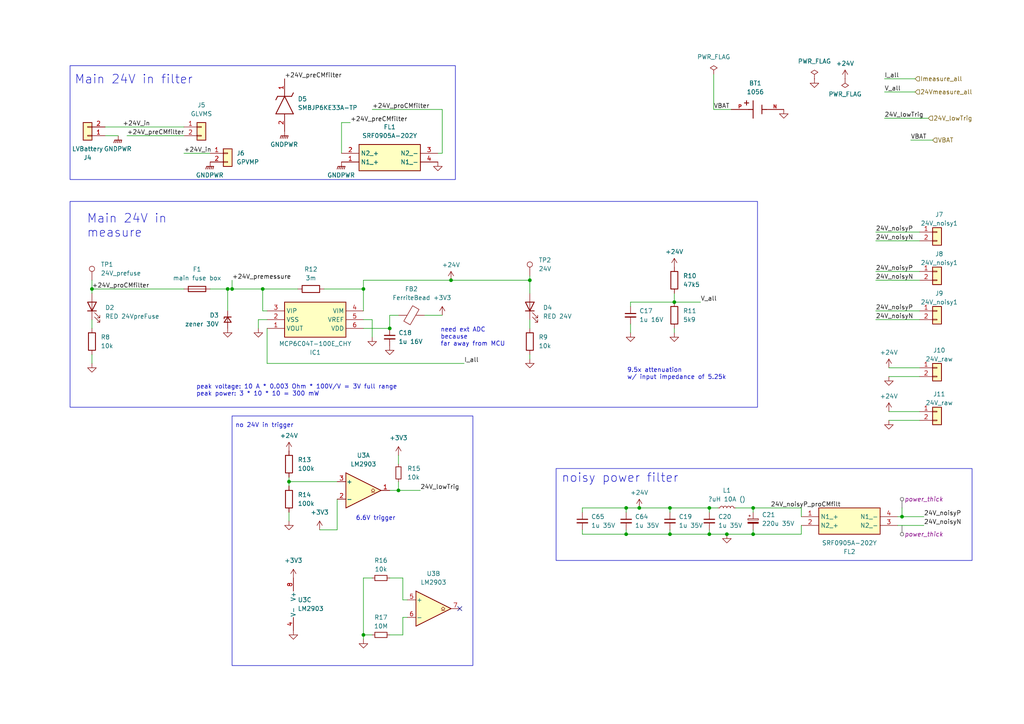
<source format=kicad_sch>
(kicad_sch (version 20231120) (generator "eeschema") (generator_version "8.0")
  (paper "A4")
  (title_block (title "EP5 rearbox ") (date "2024-08-07") (rev "1.0") (company "NTURacing") (comment 1 "郭哲明") (comment 2 "Electrical group"))
  (lib_symbols
    (symbol "Comparator:LM2903" (pin_names (offset 0.127))
      (property "Reference" "U" (at 3.81 3.81 0))
      (property "Value" "LM2903" (at 6.35 -3.81 0))
      (symbol "LM2903_1_1"
        (polyline (pts (xy -5.08 5.08) (xy 5.08 0) (xy -5.08 -5.08) (xy -5.08 5.08)) (stroke (width 0.254)) (fill (type background)))
        (polyline (pts (xy 3.302 -0.508) (xy 2.794 -0.508) (xy 3.302 0) (xy 2.794 0.508) (xy 2.286 0) (xy 2.794 -0.508) (xy 2.286 -0.508)) (stroke (width 0.127)))
        (pin open_collector line (at 7.62 0 180) (length 2.54) (name "~") (number "1"))
        (pin input line (at -7.62 -2.54 0) (length 2.54) (name "-") (number "2"))
        (pin input line (at -7.62 2.54 0) (length 2.54) (name "+") (number "3"))
      )
      (symbol "LM2903_2_1"
        (polyline (pts (xy -5.08 5.08) (xy 5.08 0) (xy -5.08 -5.08) (xy -5.08 5.08)) (stroke (width 0.254)) (fill (type background)))
        (polyline (pts (xy 3.302 -0.508) (xy 2.794 -0.508) (xy 3.302 0) (xy 2.794 0.508) (xy 2.286 0) (xy 2.794 -0.508) (xy 2.286 -0.508)) (stroke (width 0.127)))
        (pin input line (at -7.62 2.54 0) (length 2.54) (name "+") (number "5"))
        (pin input line (at -7.62 -2.54 0) (length 2.54) (name "-") (number "6"))
        (pin open_collector line (at 7.62 0 180) (length 2.54) (name "~") (number "7"))
      )
      (symbol "LM2903_3_1"
        (pin power_in line (at -2.54 -7.62 90) (length 3.81) (name "V-") (number "4"))
        (pin power_in line (at -2.54 7.62 270) (length 3.81) (name "V+") (number "8"))
      )
    )
    (symbol "Connector:TestPoint" (pin_numbers hide) (pin_names (offset 0.762) hide)
      (property "Reference" "TP" (at 0 6.858 0))
      (property "Value" "TestPoint" (at 0 5.08 0))
      (symbol "TestPoint_0_1"
        (circle (center 0 3.302) (radius 0.762))
      )
      (symbol "TestPoint_1_1"
        (pin passive line (at 0 0 90) (length 2.54) (name "1") (number "1"))
      )
    )
    (symbol "Connector_Generic:Conn_01x02" (pin_names (offset 1.016) hide)
      (property "Reference" "J" (at 0 2.54 0))
      (property "Value" "Conn_01x02" (at 0 -5.08 0))
      (symbol "Conn_01x02_1_1"
        (rectangle (start -1.27 -2.413) (end 0 -2.667) (stroke (width 0.1524)))
        (rectangle (start -1.27 0.127) (end 0 -0.127) (stroke (width 0.1524)))
        (rectangle (start -1.27 1.27) (end 1.27 -3.81) (stroke (width 0.254)) (fill (type background)))
        (pin passive line (at -5.08 0 0) (length 3.81) (name "Pin_1") (number "1"))
        (pin passive line (at -5.08 -2.54 0) (length 3.81) (name "Pin_2") (number "2"))
      )
    )
    (symbol "Device:C_Polarized_Small" (pin_numbers hide) (pin_names (offset 0.254) hide)
      (property "Reference" "C" (at 0.254 1.778 0))
      (property "Value" "C_Polarized_Small" (at 0.254 -2.032 0))
      (symbol "C_Polarized_Small_0_1"
        (rectangle (start -1.524 -0.3048) (end 1.524 -0.6858) (fill (type outline)))
        (rectangle (start -1.524 0.6858) (end 1.524 0.3048))
        (polyline (pts (xy -1.27 1.524) (xy -0.762 1.524)))
        (polyline (pts (xy -1.016 1.27) (xy -1.016 1.778)))
      )
      (symbol "C_Polarized_Small_1_1"
        (pin passive line (at 0 2.54 270) (length 1.8542) (name "~") (number "1"))
        (pin passive line (at 0 -2.54 90) (length 1.8542) (name "~") (number "2"))
      )
    )
    (symbol "Device:C_Small" (pin_numbers hide) (pin_names (offset 0.254) hide)
      (property "Reference" "C" (at 0.254 1.778 0))
      (property "Value" "C_Small" (at 0.254 -2.032 0))
      (symbol "C_Small_0_1"
        (polyline (pts (xy -1.524 -0.508) (xy 1.524 -0.508)) (stroke (width 0.3302)))
        (polyline (pts (xy -1.524 0.508) (xy 1.524 0.508)) (stroke (width 0.3048)))
      )
      (symbol "C_Small_1_1"
        (pin passive line (at 0 2.54 270) (length 2.032) (name "~") (number "1"))
        (pin passive line (at 0 -2.54 90) (length 2.032) (name "~") (number "2"))
      )
    )
    (symbol "Device:D_Zener_Small" (pin_numbers hide) (pin_names (offset 0.254) hide)
      (property "Reference" "D" (at 0 2.286 0))
      (property "Value" "D_Zener_Small" (at 0 -2.286 0))
      (symbol "D_Zener_Small_0_1"
        (polyline (pts (xy 0.762 0) (xy -0.762 0)))
        (polyline (pts (xy -0.254 1.016) (xy -0.762 1.016) (xy -0.762 -1.016)) (stroke (width 0.254)))
        (polyline (pts (xy 0.762 1.016) (xy -0.762 0) (xy 0.762 -1.016) (xy 0.762 1.016)) (stroke (width 0.254)))
      )
      (symbol "D_Zener_Small_1_1"
        (pin passive line (at -2.54 0 0) (length 1.778) (name "K") (number "1"))
        (pin passive line (at 2.54 0 180) (length 1.778) (name "A") (number "2"))
      )
    )
    (symbol "Device:FerriteBead" (pin_numbers hide) (pin_names (offset 0))
      (property "Reference" "FB" (at -3.81 0.635 90))
      (property "Value" "FerriteBead" (at 3.81 0 90))
      (symbol "FerriteBead_0_1"
        (polyline (pts (xy 0 -1.27) (xy 0 -1.2192)))
        (polyline (pts (xy 0 1.27) (xy 0 1.2954)))
        (polyline (pts (xy -2.7686 0.4064) (xy -1.7018 2.2606) (xy 2.7686 -0.3048) (xy 1.6764 -2.159) (xy -2.7686 0.4064)))
      )
      (symbol "FerriteBead_1_1"
        (pin passive line (at 0 3.81 270) (length 2.54) (name "~") (number "1"))
        (pin passive line (at 0 -3.81 90) (length 2.54) (name "~") (number "2"))
      )
    )
    (symbol "Device:Fuse" (pin_numbers hide) (pin_names (offset 0))
      (property "Reference" "F" (at 2.032 0 90))
      (property "Value" "Fuse" (at -1.905 0 90))
      (symbol "Fuse_0_1"
        (rectangle (start -0.762 -2.54) (end 0.762 2.54) (stroke (width 0.254)))
        (polyline (pts (xy 0 2.54) (xy 0 -2.54)))
      )
      (symbol "Fuse_1_1"
        (pin passive line (at 0 3.81 270) (length 1.27) (name "~") (number "1"))
        (pin passive line (at 0 -3.81 90) (length 1.27) (name "~") (number "2"))
      )
    )
    (symbol "Device:LED" (pin_numbers hide) (pin_names (offset 1.016) hide)
      (property "Reference" "D" (at 0 2.54 0))
      (property "Value" "LED" (at 0 -2.54 0))
      (symbol "LED_0_1"
        (polyline (pts (xy -1.27 -1.27) (xy -1.27 1.27)) (stroke (width 0.254)))
        (polyline (pts (xy -1.27 0) (xy 1.27 0)))
        (polyline (pts (xy 1.27 -1.27) (xy 1.27 1.27) (xy -1.27 0) (xy 1.27 -1.27)) (stroke (width 0.254)))
        (polyline (pts (xy -3.048 -0.762) (xy -4.572 -2.286) (xy -3.81 -2.286) (xy -4.572 -2.286) (xy -4.572 -1.524)))
        (polyline (pts (xy -1.778 -0.762) (xy -3.302 -2.286) (xy -2.54 -2.286) (xy -3.302 -2.286) (xy -3.302 -1.524)))
      )
      (symbol "LED_1_1"
        (pin passive line (at -3.81 0 0) (length 2.54) (name "K") (number "1"))
        (pin passive line (at 3.81 0 180) (length 2.54) (name "A") (number "2"))
      )
    )
    (symbol "Device:L_Small" (pin_numbers hide) (pin_names (offset 0.254) hide)
      (property "Reference" "L" (at 0.762 1.016 0))
      (property "Value" "L_Small" (at 0.762 -1.016 0))
      (symbol "L_Small_0_1"
        (arc (start 0 -2.032) (mid 0.5058 -1.524) (end 0 -1.016))
        (arc (start 0 -1.016) (mid 0.5058 -0.508) (end 0 0))
        (arc (start 0 0) (mid 0.5058 0.508) (end 0 1.016))
        (arc (start 0 1.016) (mid 0.5058 1.524) (end 0 2.032))
      )
      (symbol "L_Small_1_1"
        (pin passive line (at 0 2.54 270) (length 0.508) (name "~") (number "1"))
        (pin passive line (at 0 -2.54 90) (length 0.508) (name "~") (number "2"))
      )
    )
    (symbol "Device:R" (pin_numbers hide) (pin_names (offset 0))
      (property "Reference" "R" (at 2.032 0 90))
      (property "Value" "R" (at 0 0 90))
      (symbol "R_0_1"
        (rectangle (start -1.016 -2.54) (end 1.016 2.54) (stroke (width 0.254)))
      )
      (symbol "R_1_1"
        (pin passive line (at 0 3.81 270) (length 1.27) (name "~") (number "1"))
        (pin passive line (at 0 -3.81 90) (length 1.27) (name "~") (number "2"))
      )
    )
    (symbol "Device:R_Small" (pin_numbers hide) (pin_names (offset 0.254) hide)
      (property "Reference" "R" (at 0.762 0.508 0))
      (property "Value" "R_Small" (at 0.762 -1.016 0))
      (symbol "R_Small_0_1"
        (rectangle (start -0.762 1.778) (end 0.762 -1.778) (stroke (width 0.2032)))
      )
      (symbol "R_Small_1_1"
        (pin passive line (at 0 2.54 270) (length 0.762) (name "~") (number "1"))
        (pin passive line (at 0 -2.54 90) (length 0.762) (name "~") (number "2"))
      )
    )
    (symbol "SamacSys_Parts:MCP6C04T-100E_CHY"
      (property "Reference" "IC" (at 24.13 7.62 0))
      (property "Value" "MCP6C04T-100E_CHY" (at 24.13 5.08 0))
      (symbol "MCP6C04T-100E_CHY_1_1"
        (rectangle (start 5.08 2.54) (end 22.86 -7.62) (stroke (width 0.254)) (fill (type background)))
        (pin passive line (at 0 0 0) (length 5.08) (name "VOUT") (number "1"))
        (pin passive line (at 0 -2.54 0) (length 5.08) (name "VSS") (number "2"))
        (pin passive line (at 0 -5.08 0) (length 5.08) (name "VIP") (number "3"))
        (pin passive line (at 27.94 -5.08 180) (length 5.08) (name "VIM") (number "4"))
        (pin passive line (at 27.94 -2.54 180) (length 5.08) (name "VREF") (number "5"))
        (pin passive line (at 27.94 0 180) (length 5.08) (name "VDD") (number "6"))
      )
    )
    (symbol "SamacSys_Parts:SMBJP6KE33A-TP" (pin_names hide)
      (property "Reference" "D" (at 10.16 8.89 0))
      (property "Value" "SMBJP6KE33A-TP" (at 10.16 6.35 0))
      (symbol "SMBJP6KE33A-TP_1_1"
        (polyline (pts (xy 4.064 2.54) (xy 5.08 2.032)) (stroke (width 0.254)))
        (polyline (pts (xy 5.08 -2.032) (xy 5.08 2.032)) (stroke (width 0.254)))
        (polyline (pts (xy 5.08 -2.032) (xy 6.096 -2.54)) (stroke (width 0.254)))
        (polyline (pts (xy 5.08 0) (xy 10.16 2.54)) (stroke (width 0.254)))
        (polyline (pts (xy 10.16 -2.54) (xy 5.08 0)) (stroke (width 0.254)))
        (polyline (pts (xy 10.16 -2.54) (xy 10.16 2.54)) (stroke (width 0.254)))
        (pin passive line (at 0 0 0) (length 5.08) (name "K") (number "1"))
        (pin passive line (at 15.24 0 180) (length 5.08) (name "A") (number "2"))
      )
    )
    (symbol "SamacSys_Parts:SRF0905A-202Y"
      (property "Reference" "FL" (at 24.13 7.62 0))
      (property "Value" "SRF0905A-202Y" (at 24.13 5.08 0))
      (symbol "SRF0905A-202Y_1_1"
        (rectangle (start 5.08 2.54) (end 22.86 -5.08) (stroke (width 0.254)) (fill (type background)))
        (pin passive line (at 0 -2.54 0) (length 5.08) (name "N1_+") (number "1"))
        (pin passive line (at 0 0 0) (length 5.08) (name "N2_+") (number "2"))
        (pin passive line (at 27.94 0 180) (length 5.08) (name "N2_-") (number "3"))
        (pin passive line (at 27.94 -2.54 180) (length 5.08) (name "N1_-") (number "4"))
      )
    )
    (symbol "nturt_kicad_lib:1056" (pin_names (offset 1.016))
      (property "Reference" "BT" (at -3.81 3.81 0))
      (property "Value" "1056" (at -3.81 -5.08 0))
      (symbol "1056_0_0"
        (polyline (pts (xy -3.81 1.905) (xy -2.54 1.905)) (stroke (width 0.254)))
        (polyline (pts (xy -3.175 2.54) (xy -3.175 1.27)) (stroke (width 0.254)))
        (polyline (pts (xy -1.27 0) (xy -2.54 0)) (stroke (width 0.254)))
        (polyline (pts (xy -1.27 0) (xy -1.27 -2.54)) (stroke (width 0.254)))
        (polyline (pts (xy -1.27 2.54) (xy -1.27 0)) (stroke (width 0.254)))
        (polyline (pts (xy 1.27 0) (xy 1.27 -1.27)) (stroke (width 0.254)))
        (polyline (pts (xy 1.27 0) (xy 2.54 0)) (stroke (width 0.254)))
        (polyline (pts (xy 1.27 1.27) (xy 1.27 0)) (stroke (width 0.254)))
        (pin passive line (at 7.62 0 180) (length 5.08) (name "~") (number "N"))
        (pin passive line (at -7.62 0 0) (length 5.08) (name "~") (number "P"))
      )
    )
    (symbol "power:+24V" (power) (pin_names (offset 0))
      (property "Value" "+24V" (at 0 3.556 0))
      (symbol "+24V_0_1"
        (polyline (pts (xy -0.762 1.27) (xy 0 2.54)))
        (polyline (pts (xy 0 0) (xy 0 2.54)))
        (polyline (pts (xy 0 2.54) (xy 0.762 1.27)))
      )
      (symbol "+24V_1_1"
        (pin power_in line (at 0 0 90) (length 0) hide (name "+24V") (number "1"))
      )
    )
    (symbol "power:+3V3" (power) (pin_names (offset 0))
      (property "Value" "+3V3" (at 0 3.556 0))
      (symbol "+3V3_0_1"
        (polyline (pts (xy -0.762 1.27) (xy 0 2.54)))
        (polyline (pts (xy 0 0) (xy 0 2.54)))
        (polyline (pts (xy 0 2.54) (xy 0.762 1.27)))
      )
      (symbol "+3V3_1_1"
        (pin power_in line (at 0 0 90) (length 0) hide (name "+3V3") (number "1"))
      )
    )
    (symbol "power:GND" (power) (pin_names (offset 0))
      (property "Value" "GND" (at 0 -3.81 0))
      (symbol "GND_0_1"
        (polyline (pts (xy 0 0) (xy 0 -1.27) (xy 1.27 -1.27) (xy 0 -2.54) (xy -1.27 -1.27) (xy 0 -1.27)))
      )
      (symbol "GND_1_1"
        (pin power_in line (at 0 0 270) (length 0) hide (name "GND") (number "1"))
      )
    )
    (symbol "power:GNDPWR" (power) (pin_names (offset 0))
      (property "Value" "GNDPWR" (at 0 -3.302 0))
      (symbol "GNDPWR_0_1"
        (polyline (pts (xy 0 -1.27) (xy 0 0)))
        (polyline (pts (xy -1.016 -1.27) (xy -1.27 -2.032) (xy -1.27 -2.032)) (stroke (width 0.2032)))
        (polyline (pts (xy -0.508 -1.27) (xy -0.762 -2.032) (xy -0.762 -2.032)) (stroke (width 0.2032)))
        (polyline (pts (xy 0 -1.27) (xy -0.254 -2.032) (xy -0.254 -2.032)) (stroke (width 0.2032)))
        (polyline (pts (xy 0.508 -1.27) (xy 0.254 -2.032) (xy 0.254 -2.032)) (stroke (width 0.2032)))
        (polyline (pts (xy 1.016 -1.27) (xy -1.016 -1.27) (xy -1.016 -1.27)) (stroke (width 0.2032)))
        (polyline (pts (xy 1.016 -1.27) (xy 0.762 -2.032) (xy 0.762 -2.032) (xy 0.762 -2.032)) (stroke (width 0.2032)))
      )
      (symbol "GNDPWR_1_1"
        (pin power_in line (at 0 0 270) (length 0) hide (name "GNDPWR") (number "1"))
      )
    )
    (symbol "power:PWR_FLAG" (power) (pin_numbers hide) (pin_names (offset 0) hide)
      (property "Value" "PWR_FLAG" (at 0 3.81 0))
      (symbol "PWR_FLAG_0_0"
        (pin power_out line (at 0 0 90) (length 0) (name "pwr") (number "1"))
      )
      (symbol "PWR_FLAG_0_1"
        (polyline (pts (xy 0 0) (xy 0 1.27) (xy -1.016 1.905) (xy 0 2.54) (xy 1.016 1.905) (xy 0 1.27)))
      )
    )
  )
  (junction (at 105.41 184.15))
  (junction (at 113.03 95.25))
  (junction (at 105.41 83.82))
  (junction (at 194.31 147.32))
  (junction (at 218.44 147.32))
  (junction (at 153.67 81.28))
  (junction (at 210.82 154.94))
  (junction (at 76.2 83.82))
  (junction (at 205.74 154.94))
  (junction (at 83.82 139.7))
  (junction (at 181.61 154.94))
  (junction (at 66.04 83.82))
  (junction (at 205.74 147.32))
  (junction (at 185.42 147.32))
  (junction (at 261.62 149.86))
  (junction (at 67.31 83.82))
  (junction (at 218.44 154.94))
  (junction (at 181.61 147.32))
  (junction (at 115.57 142.24))
  (junction (at 130.81 81.28))
  (junction (at 194.31 154.94))
  (junction (at 26.67 83.82))
  (junction (at 195.58 87.63))
  (no_connect (at 133.35 176.53))
  (wire (pts (xy 205.74 147.32) (xy 208.28 147.32)))
  (wire (pts (xy 101.6 35.56) (xy 99.06 35.56)))
  (wire (pts (xy 257.81 121.92) (xy 266.7 121.92)))
  (wire (pts (xy 116.84 167.64) (xy 113.03 167.64)))
  (wire (pts (xy 105.41 81.28) (xy 105.41 83.82)))
  (wire (pts (xy 218.44 154.94) (xy 218.44 153.67)))
  (wire (pts (xy 257.81 119.38) (xy 266.7 119.38)))
  (wire (pts (xy 256.54 22.86) (xy 265.43 22.86)))
  (wire (pts (xy 128.27 44.45) (xy 127 44.45)))
  (wire (pts (xy 218.44 147.32) (xy 213.36 147.32)))
  (wire (pts (xy 128.27 31.75) (xy 128.27 44.45)))
  (wire (pts (xy 76.2 83.82) (xy 86.36 83.82)))
  (wire (pts (xy 182.88 88.9) (xy 182.88 87.63)))
  (wire (pts (xy 232.41 149.86) (xy 232.41 147.32)))
  (wire (pts (xy 218.44 147.32) (xy 218.44 148.59)))
  (wire (pts (xy 30.48 39.37) (xy 34.29 39.37)))
  (wire (pts (xy 116.84 173.99) (xy 118.11 173.99)))
  (wire (pts (xy 207.01 21.59) (xy 207.01 31.75)))
  (wire (pts (xy 67.31 81.28) (xy 67.31 83.82)))
  (wire (pts (xy 181.61 154.94) (xy 194.31 154.94)))
  (wire (pts (xy 115.57 91.44) (xy 113.03 91.44)))
  (wire (pts (xy 254 69.85) (xy 266.7 69.85)))
  (wire (pts (xy 53.34 44.45) (xy 60.96 44.45)))
  (wire (pts (xy 128.27 91.44) (xy 123.19 91.44)))
  (wire (pts (xy 205.74 148.59) (xy 205.74 147.32)))
  (wire (pts (xy 254 81.28) (xy 266.7 81.28)))
  (wire (pts (xy 194.31 154.94) (xy 205.74 154.94)))
  (wire (pts (xy 205.74 154.94) (xy 205.74 153.67)))
  (wire (pts (xy 261.62 147.32) (xy 261.62 149.86)))
  (wire (pts (xy 205.74 154.94) (xy 210.82 154.94)))
  (wire (pts (xy 260.35 149.86) (xy 261.62 149.86)))
  (wire (pts (xy 254 90.17) (xy 266.7 90.17)))
  (wire (pts (xy 36.83 39.37) (xy 53.34 39.37)))
  (wire (pts (xy 153.67 95.25) (xy 153.67 92.71)))
  (wire (pts (xy 107.95 97.79) (xy 107.95 92.71)))
  (wire (pts (xy 115.57 132.08) (xy 115.57 134.62)))
  (wire (pts (xy 257.81 109.22) (xy 266.7 109.22)))
  (wire (pts (xy 67.31 83.82) (xy 76.2 83.82)))
  (wire (pts (xy 116.84 184.15) (xy 116.84 179.07)))
  (wire (pts (xy 105.41 184.15) (xy 105.41 167.64)))
  (wire (pts (xy 182.88 87.63) (xy 195.58 87.63)))
  (wire (pts (xy 105.41 83.82) (xy 105.41 90.17)))
  (wire (pts (xy 107.95 31.75) (xy 128.27 31.75)))
  (wire (pts (xy 76.2 83.82) (xy 76.2 90.17)))
  (wire (pts (xy 105.41 95.25) (xy 113.03 95.25)))
  (wire (pts (xy 115.57 139.7) (xy 115.57 142.24)))
  (wire (pts (xy 26.67 81.28) (xy 26.67 83.82)))
  (wire (pts (xy 26.67 105.41) (xy 26.67 102.87)))
  (wire (pts (xy 195.58 85.09) (xy 195.58 87.63)))
  (wire (pts (xy 254 78.74) (xy 266.7 78.74)))
  (wire (pts (xy 194.31 148.59) (xy 194.31 147.32)))
  (wire (pts (xy 194.31 154.94) (xy 194.31 153.67)))
  (wire (pts (xy 181.61 153.67) (xy 181.61 154.94)))
  (wire (pts (xy 194.31 147.32) (xy 205.74 147.32)))
  (wire (pts (xy 153.67 81.28) (xy 153.67 85.09)))
  (wire (pts (xy 92.71 153.67) (xy 97.79 153.67)))
  (wire (pts (xy 210.82 154.94) (xy 218.44 154.94)))
  (wire (pts (xy 130.81 81.28) (xy 153.67 81.28)))
  (wire (pts (xy 74.93 92.71) (xy 74.93 95.25)))
  (wire (pts (xy 185.42 147.32) (xy 194.31 147.32)))
  (wire (pts (xy 107.95 92.71) (xy 105.41 92.71)))
  (wire (pts (xy 105.41 185.42) (xy 105.41 184.15)))
  (wire (pts (xy 257.81 106.68) (xy 266.7 106.68)))
  (wire (pts (xy 26.67 83.82) (xy 26.67 85.09)))
  (wire (pts (xy 121.92 142.24) (xy 115.57 142.24)))
  (wire (pts (xy 134.62 105.41) (xy 77.47 105.41)))
  (wire (pts (xy 97.79 153.67) (xy 97.79 144.78)))
  (wire (pts (xy 256.54 26.67) (xy 265.43 26.67)))
  (wire (pts (xy 195.58 95.25) (xy 195.58 96.52)))
  (wire (pts (xy 74.93 92.71) (xy 77.47 92.71)))
  (wire (pts (xy 181.61 148.59) (xy 181.61 147.32)))
  (wire (pts (xy 232.41 154.94) (xy 232.41 152.4)))
  (wire (pts (xy 168.91 154.94) (xy 181.61 154.94)))
  (wire (pts (xy 105.41 167.64) (xy 107.95 167.64)))
  (wire (pts (xy 254 67.31) (xy 266.7 67.31)))
  (wire (pts (xy 168.91 148.59) (xy 168.91 147.32)))
  (wire (pts (xy 113.03 184.15) (xy 116.84 184.15)))
  (wire (pts (xy 77.47 105.41) (xy 77.47 95.25)))
  (wire (pts (xy 267.97 149.86) (xy 261.62 149.86)))
  (wire (pts (xy 83.82 139.7) (xy 97.79 139.7)))
  (wire (pts (xy 93.98 83.82) (xy 105.41 83.82)))
  (wire (pts (xy 181.61 147.32) (xy 185.42 147.32)))
  (wire (pts (xy 182.88 93.98) (xy 182.88 96.52)))
  (wire (pts (xy 113.03 91.44) (xy 113.03 95.25)))
  (wire (pts (xy 83.82 138.43) (xy 83.82 139.7)))
  (wire (pts (xy 26.67 83.82) (xy 53.34 83.82)))
  (wire (pts (xy 264.16 40.64) (xy 270.51 40.64)))
  (wire (pts (xy 254 92.71) (xy 266.7 92.71)))
  (wire (pts (xy 153.67 80.01) (xy 153.67 81.28)))
  (wire (pts (xy 168.91 147.32) (xy 181.61 147.32)))
  (wire (pts (xy 269.24 34.29) (xy 256.54 34.29)))
  (wire (pts (xy 207.01 31.75) (xy 212.09 31.75)))
  (wire (pts (xy 195.58 87.63) (xy 203.2 87.63)))
  (wire (pts (xy 116.84 167.64) (xy 116.84 173.99)))
  (wire (pts (xy 26.67 95.25) (xy 26.67 92.71)))
  (wire (pts (xy 66.04 83.82) (xy 67.31 83.82)))
  (wire (pts (xy 76.2 90.17) (xy 77.47 90.17)))
  (wire (pts (xy 66.04 90.17) (xy 66.04 83.82)))
  (wire (pts (xy 113.03 142.24) (xy 115.57 142.24)))
  (wire (pts (xy 130.81 81.28) (xy 105.41 81.28)))
  (wire (pts (xy 153.67 104.14) (xy 153.67 102.87)))
  (wire (pts (xy 99.06 35.56) (xy 99.06 44.45)))
  (wire (pts (xy 83.82 151.13) (xy 83.82 148.59)))
  (wire (pts (xy 116.84 179.07) (xy 118.11 179.07)))
  (wire (pts (xy 105.41 184.15) (xy 107.95 184.15)))
  (wire (pts (xy 260.35 152.4) (xy 267.97 152.4)))
  (wire (pts (xy 60.96 83.82) (xy 66.04 83.82)))
  (wire (pts (xy 83.82 140.97) (xy 83.82 139.7)))
  (wire (pts (xy 168.91 153.67) (xy 168.91 154.94)))
  (wire (pts (xy 30.48 36.83) (xy 53.34 36.83)))
  (wire (pts (xy 218.44 147.32) (xy 232.41 147.32)))
  (wire (pts (xy 218.44 154.94) (xy 232.41 154.94)))
  (rectangle (start 161.29 135.89) (end 281.94 162.56))
  (rectangle (start 20.32 19.05) (end 132.08 52.07))
  (rectangle (start 67.31 120.65) (end 137.16 193.04))
  (rectangle (start 20.32 58.42) (end 219.71 118.11))
  (text "peak voltage: 10 A * 0.003 Ohm * 100V/V = 3V full range\npeak power: 3 * 10 * 10 = 300 mW\n" (at 56.896 115.062 0) (effects (font (size 1.27 1.27)) (justify left bottom)))
  (text "need ext ADC\nbecause \nfar away from MCU" (at 127.762 97.79 0) (effects (font (size 1.27 1.27)) (justify left)))
  (text "no 24V in trigger" (at 76.708 123.444 0) (effects (font (size 1.27 1.27))))
  (text "9.5x attenuation \nw/ input impedance of 5.25k" (at 181.864 110.236 0) (effects (font (size 1.27 1.27)) (justify left bottom)))
  (text "Main 24V in filter\n" (at 21.59 24.638 0) (effects (font (size 2.54 2.54)) (justify left bottom)))
  (text "noisy power filter" (at 162.814 140.208 0) (effects (font (size 2.54 2.54)) (justify left bottom)))
  (text "Main 24V in\nmeasure" (at 25.146 69.088 0) (effects (font (size 2.54 2.54)) (justify left bottom)))
  (text "6.6V trigger" (at 108.966 150.368 0) (effects (font (size 1.27 1.27))))
  (label "VBAT" (at 264.16 40.64 0))
  (label "+24V_in" (at 35.56 36.83 0))
  (label "24V_noisyP" (at 254 67.31 0))
  (label "+24V_proCMfilter" (at 107.95 31.75 0))
  (label "24V_noisyN" (at 267.97 152.4 0))
  (label "+24V_preCMfilter" (at 36.83 39.37 0))
  (label "+24V_preCMfilter" (at 101.6 35.56 0))
  (label "24V_noisyN" (at 254 81.28 0))
  (label "24V_noisyN" (at 254 92.71 0))
  (label "V_all" (at 256.54 26.67 0))
  (label "I_all" (at 256.54 22.86 0))
  (label "+24V_in" (at 53.34 44.45 0))
  (label "+24V_preCMfilter" (at 82.55 22.86 0))
  (label "+24V_proCMfilter" (at 26.67 83.82 0))
  (label "24V_noisyP" (at 267.97 149.86 0))
  (label "+24V_premessure" (at 67.31 81.28 0))
  (label "V_all" (at 203.2 87.63 0))
  (label "24V_noisyP" (at 254 90.17 0))
  (label "24V_noisyN" (at 254 69.85 0))
  (label "24V_noisyP" (at 254 78.74 0))
  (label "24V_noisyP_proCMfilt" (at 223.52 147.32 0))
  (label "I_all" (at 134.62 105.41 0))
  (label "24V_lowTrig" (at 121.92 142.24 0))
  (label "VBAT" (at 207.01 31.75 0))
  (label "24V_lowTrig" (at 256.54 34.29 0))
  (hierarchical_label "24Vmeasure_all" (shape input) (at 265.43 26.67 0))
  (hierarchical_label "24V_lowTrig" (shape input) (at 269.24 34.29 0))
  (hierarchical_label "Imeasure_all" (shape input) (at 265.43 22.86 0))
  (hierarchical_label "VBAT" (shape input) (at 270.51 40.64 0))
  (netclass_flag "" (length 2.54) (shape round) (at 261.62 152.4 180) (property "Netclass" "power_thick" (at 262.3185 154.94 0) (effects (font (italic yes)) (justify left))))
  (netclass_flag "" (length 2.54) (shape round) (at 261.62 147.32 0) (property "Netclass" "power_thick" (at 262.3185 144.78 0) (effects (font (italic yes)) (justify left))))
  (symbol (lib_id "power:+3V3") (at 115.57 132.08 0) (unit 1)
    (property "Reference" "#PWR052" (effects (hide yes)))
    (property "Value" "+3V3" (at 115.57 127 0))
    (property "Description" "Power symbol creates a global label with name \"+3V3\"" (effects (hide yes)))
  )
  (symbol (lib_id "Device:R_Small") (at 110.49 184.15 90) (unit 1)
    (property "Reference" "R17" (at 110.49 179.07 90))
    (property "Value" "10M" (at 110.49 181.61 90))
    (property "Footprint" "Resistor_SMD:R_0603_1608Metric" (effects (hide yes)))
  )
  (symbol (lib_id "Connector_Generic:Conn_01x02") (at 271.78 119.38 0) (unit 1)
    (property "Reference" "J11" (at 272.415 114.3 0))
    (property "Value" "24V_raw" (at 272.415 116.84 0))
    (property "Footprint" "Connector_Molex:Molex_KK-396_A-41791-0002_1x02_P3.96mm_Vertical" (effects (hide yes)))
  )
  (symbol (lib_id "power:GNDPWR") (at 99.06 46.99 0) (unit 1)
    (property "Reference" "#PWR050" (effects (hide yes)))
    (property "Value" "GNDPWR" (at 98.933 50.8 0))
  )
  (symbol (lib_id "power:GND") (at 74.93 95.25 0) (unit 1)
    (property "Reference" "#PWR041" (effects (hide yes)))
    (property "Value" "GND" (effects (hide yes)))
  )
  (symbol (lib_id "Device:C_Small") (at 194.31 151.13 0) (unit 1)
    (property "Reference" "C19" (at 196.85 149.8662 0) (effects (justify left)))
    (property "Value" "1u 35V" (at 196.85 152.4062 0) (effects (justify left)))
    (property "Footprint" "Capacitor_SMD:C_1206_3216Metric" (effects (hide yes)))
  )
  (symbol (lib_id "power:GND") (at 153.67 104.14 0) (unit 1)
    (property "Reference" "#PWR039" (effects (hide yes)))
    (property "Value" "GND" (effects (hide yes)))
  )
  (symbol (lib_id "power:GND") (at 227.33 31.75 0) (unit 1)
    (property "Reference" "#PWR060" (effects (hide yes)))
    (property "Value" "GND" (effects (hide yes)))
    (property "Description" "Power symbol creates a global label with name \"GND\" , ground" (effects (hide yes)))
  )
  (symbol (lib_id "power:+3V3") (at 85.09 167.64 0) (unit 1)
    (property "Reference" "#PWR045" (effects (hide yes)))
    (property "Value" "+3V3" (at 85.09 162.56 0))
    (property "Description" "Power symbol creates a global label with name \"+3V3\"" (effects (hide yes)))
  )
  (symbol (lib_id "power:GND") (at 85.09 182.88 0) (unit 1)
    (property "Reference" "#PWR046" (effects (hide yes)))
    (property "Value" "GND" (effects (hide yes)))
  )
  (symbol (lib_id "Device:R") (at 153.67 99.06 0) (unit 1)
    (property "Reference" "R9" (at 156.21 97.79 0) (effects (justify left)))
    (property "Value" "10k" (at 156.21 100.33 0) (effects (justify left)))
    (property "Footprint" "Resistor_SMD:R_0603_1608Metric" (effects (hide yes)))
  )
  (symbol (lib_id "Connector_Generic:Conn_01x02") (at 25.4 39.37 180) (unit 1)
    (property "Reference" "J4" (at 25.4 45.72 0))
    (property "Value" "LVBattery" (at 25.4 43.18 0))
    (property "Footprint" "Connector_AMASS:AMASS_XT60PW-M_1x02_P7.20mm_Horizontal" (effects (hide yes)))
  )
  (symbol (lib_id "Connector:TestPoint") (at 153.67 80.01 0) (unit 1)
    (property "Reference" "TP2" (at 156.21 75.438 0) (effects (justify left)))
    (property "Value" "24V" (at 156.21 77.978 0) (effects (justify left)))
    (property "Footprint" "TestPoint:TestPoint_Pad_D1.0mm" (effects (hide yes)))
  )
  (symbol (lib_id "SamacSys_Parts:SRF0905A-202Y") (at 232.41 152.4 0) (mirror x) (unit 1)
    (property "Reference" "FL2" (at 246.38 160.02 0))
    (property "Value" "SRF0905A-202Y" (at 246.38 157.48 0))
    (property "Footprint" "SamacSys_Parts:SRF0905A102Y" (effects (hide yes)))
    (property "Datasheet" "https://www.bourns.com/docs/product-datasheets/srf0905a.pdf?sfvrsn=430362b1_10" (effects (hide yes)))
    (property "Description" "Common Mode Chokes Dual 2000uH 3kOhm 100kHz 0.6A 0.42Ohm DCR SMD Automotive T/R" (effects (hide yes)))
    (property "Height" "5.3" (effects (hide yes)))
    (property "Mouser Part Number" "652-SRF0905A-202Y" (effects (hide yes)))
    (property "Mouser Price/Stock" "https://www.mouser.co.uk/ProductDetail/Bourns/SRF0905A-202Y?qs=xGZga0pI15POK7XYsjXRDg%3D%3D" (effects (hide yes)))
    (property "Manufacturer_Name" "Bourns" (effects (hide yes)))
    (property "Manufacturer_Part_Number" "SRF0905A-202Y" (effects (hide yes)))
  )
  (symbol (lib_id "Device:C_Small") (at 168.91 151.13 0) (unit 1)
    (property "Reference" "C65" (at 171.45 149.8662 0) (effects (justify left)))
    (property "Value" "1u 35V" (at 171.45 152.4062 0) (effects (justify left)))
    (property "Footprint" "Capacitor_SMD:C_1206_3216Metric" (effects (hide yes)))
  )
  (symbol (lib_id "SamacSys_Parts:SRF0905A-202Y") (at 99.06 44.45 0) (unit 1)
    (property "Reference" "FL1" (at 113.03 36.83 0))
    (property "Value" "SRF0905A-202Y" (at 113.03 39.37 0))
    (property "Footprint" "SamacSys_Parts:SRF0905A102Y" (effects (hide yes)))
    (property "Datasheet" "https://www.bourns.com/docs/product-datasheets/srf0905a.pdf?sfvrsn=430362b1_10" (effects (hide yes)))
    (property "Description" "Common Mode Chokes Dual 2000uH 3kOhm 100kHz 0.6A 0.42Ohm DCR SMD Automotive T/R" (effects (hide yes)))
    (property "Height" "5.3" (effects (hide yes)))
    (property "Mouser Part Number" "652-SRF0905A-202Y" (effects (hide yes)))
    (property "Mouser Price/Stock" "https://www.mouser.co.uk/ProductDetail/Bourns/SRF0905A-202Y?qs=xGZga0pI15POK7XYsjXRDg%3D%3D" (effects (hide yes)))
    (property "Manufacturer_Name" "Bourns" (effects (hide yes)))
    (property "Manufacturer_Part_Number" "SRF0905A-202Y" (effects (hide yes)))
  )
  (symbol (lib_id "Device:LED") (at 153.67 88.9 90) (unit 1)
    (property "Reference" "D4" (at 157.48 89.2175 90) (effects (justify right)))
    (property "Value" "RED 24V" (at 157.48 91.7575 90) (effects (justify right)))
    (property "Footprint" "LED_SMD:LED_0603_1608Metric" (effects (hide yes)))
  )
  (symbol (lib_id "nturt_kicad_lib:1056") (at 219.71 31.75 0) (unit 1)
    (property "Reference" "BT1" (at 219.075 24.13 0))
    (property "Value" "1056" (at 219.075 26.67 0))
    (property "Footprint" "nturt_kicad_lib:BAT_1056" (effects (hide yes)))
    (property "PARTREV" "D" (effects (hide yes)))
    (property "STANDARD" "Manufacturer Recommendations" (effects (hide yes)))
    (property "SNAPEDA_PN" "1056" (effects (hide yes)))
    (property "MAXIMUM_PACKAGE_HEIGHT" "3.99mm" (effects (hide yes)))
    (property "MANUFACTURER" "Keystone" (effects (hide yes)))
  )
  (symbol (lib_id "power:+24V") (at 257.81 119.38 0) (unit 1)
    (property "Reference" "#PWR0192" (effects (hide yes)))
    (property "Value" "+24V" (at 257.81 114.935 0))
  )
  (symbol (lib_id "Connector_Generic:Conn_01x02") (at 66.04 44.45 0) (unit 1)
    (property "Reference" "J6" (at 68.58 44.45 0) (effects (justify left)))
    (property "Value" "GPVMP" (at 68.58 46.99 0) (effects (justify left)))
    (property "Footprint" "Connector_JST:JST_XH_B2B-XH-A_1x02_P2.50mm_Vertical" (effects (hide yes)))
  )
  (symbol (lib_id "Device:R") (at 195.58 81.28 0) (unit 1)
    (property "Reference" "R10" (at 198.12 80.01 0) (effects (justify left)))
    (property "Value" "47k5" (at 198.12 82.55 0) (effects (justify left)))
    (property "Footprint" "Resistor_SMD:R_0805_2012Metric" (effects (hide yes)))
  )
  (symbol (lib_id "power:+24V") (at 257.81 106.68 0) (unit 1)
    (property "Reference" "#PWR0184" (effects (hide yes)))
    (property "Value" "+24V" (at 257.81 102.235 0))
  )
  (symbol (lib_id "Connector_Generic:Conn_01x02") (at 58.42 36.83 0) (unit 1)
    (property "Reference" "J5" (at 58.42 30.48 0))
    (property "Value" "GLVMS" (at 58.42 33.02 0))
    (property "Footprint" "Connector_JST:JST_VH_B2P-VH_1x02_P3.96mm_Vertical" (effects (hide yes)))
  )
  (symbol (lib_id "power:PWR_FLAG") (at 207.01 21.59 0) (unit 1)
    (property "Reference" "#FLG03" (effects (hide yes)))
    (property "Value" "PWR_FLAG" (at 207.01 16.51 0))
  )
  (symbol (lib_id "Device:LED") (at 26.67 88.9 90) (unit 1)
    (property "Reference" "D2" (at 30.48 89.2175 90) (effects (justify right)))
    (property "Value" "RED 24VpreFuse" (at 30.48 91.7575 90) (effects (justify right)))
    (property "Footprint" "LED_SMD:LED_0603_1608Metric" (effects (hide yes)))
  )
  (symbol (lib_id "Device:C_Small") (at 182.88 91.44 0) (unit 1)
    (property "Reference" "C17" (at 185.42 90.17 0) (effects (justify left)))
    (property "Value" "1u 16V" (at 185.42 92.71 0) (effects (justify left)))
    (property "Footprint" "Capacitor_SMD:C_0603_1608Metric" (effects (hide yes)))
  )
  (symbol (lib_id "power:GND") (at 257.81 109.22 0) (unit 1)
    (property "Reference" "#PWR058" (effects (hide yes)))
    (property "Value" "GND" (effects (hide yes)))
  )
  (symbol (lib_id "Device:D_Zener_Small") (at 66.04 92.71 90) (mirror x) (unit 1)
    (property "Reference" "D3" (at 63.5 91.4399 90) (effects (justify left)))
    (property "Value" "zener 30V" (at 63.5 93.9799 90) (effects (justify left)))
    (property "Footprint" "Diode_SMD:D_MiniMELF" (effects (hide yes)))
  )
  (symbol (lib_id "Device:L_Small") (at 210.82 147.32 90) (unit 1)
    (property "Reference" "L1" (at 210.82 142.24 90))
    (property "Value" "?uH 10A ()" (at 210.82 144.78 90))
    (property "Footprint" "SamacSys_Parts:SRR6040A180M" (effects (hide yes)))
  )
  (symbol (lib_id "power:GND") (at 257.81 121.92 0) (unit 1)
    (property "Reference" "#PWR059" (effects (hide yes)))
    (property "Value" "GND" (effects (hide yes)))
  )
  (symbol (lib_id "power:+24V") (at 130.81 81.28 0) (unit 1)
    (property "Reference" "#PWR0103" (effects (hide yes)))
    (property "Value" "+24V" (at 130.81 76.835 0))
  )
  (symbol (lib_id "SamacSys_Parts:SMBJP6KE33A-TP") (at 82.55 22.86 270) (unit 1)
    (property "Reference" "D5" (at 86.36 28.702 90) (effects (justify left)))
    (property "Value" "SMBJP6KE33A-TP" (at 86.36 31.242 90) (effects (justify left)))
    (property "Footprint" "SamacSys_Parts:DIOM5336X262N" (effects (hide yes)))
    (property "Datasheet" "https://www.mccsemi.com/pdf/Products/SMBJP6KE6.8(C)A-SMBJP6KE550(C)A(SMB).pdf" (effects (hide yes)))
    (property "Height" "2.62" (effects (hide yes)))
    (property "Mouser Part Number" "833-SMBJP6KE33A-TP" (effects (hide yes)))
    (property "Mouser Price/Stock" "https://www.mouser.co.uk/ProductDetail/Micro-Commercial-Components-MCC/SMBJP6KE33A-TP?qs=O1HRStiETCh%252B2PrMUaJqTg%3D%3D" (effects (hide yes)))
    (property "Manufacturer_Name" "MCC" (effects (hide yes)))
    (property "Manufacturer_Part_Number" "SMBJP6KE33A-TP" (effects (hide yes)))
  )
  (symbol (lib_id "power:+24V") (at 245.11 22.86 0) (unit 1)
    (property "Reference" "#PWR057" (effects (hide yes)))
    (property "Value" "+24V" (at 245.11 18.415 0))
  )
  (symbol (lib_id "Device:C_Small") (at 113.03 97.79 0) (unit 1)
    (property "Reference" "C18" (at 115.57 96.5262 0) (effects (justify left)))
    (property "Value" "1u 16V" (at 115.57 99.0662 0) (effects (justify left)))
    (property "Footprint" "Capacitor_SMD:C_0603_1608Metric" (effects (hide yes)))
  )
  (symbol (lib_id "power:PWR_FLAG") (at 236.22 22.86 0) (unit 1)
    (property "Reference" "#FLG01" (effects (hide yes)))
    (property "Value" "PWR_FLAG" (at 236.22 17.78 0))
  )
  (symbol (lib_id "SamacSys_Parts:MCP6C04T-100E_CHY") (at 77.47 95.25 0) (mirror x) (unit 1)
    (property "Reference" "IC1" (at 91.44 102.235 0))
    (property "Value" "MCP6C04T-100E_CHY" (at 91.44 99.695 0))
    (property "Footprint" "SamacSys_Parts:SOT95P280X145-6N" (effects (hide yes)))
    (property "Height" "1.45" (effects (hide yes)))
    (property "Mouser Part Number" "579-MCP6C04T100ECHY" (effects (hide yes)))
    (property "Mouser Price/Stock" "https://www.mouser.co.uk/ProductDetail/Microchip-Technology/MCP6C04T-100E-CHY?qs=3HJ2avRr9PJRQkbNv3EK6Q%3D%3D" (effects (hide yes)))
    (property "Manufacturer_Name" "Microchip" (effects (hide yes)))
    (property "Manufacturer_Part_Number" "MCP6C04T-100E/CHY" (effects (hide yes)))
  )
  (symbol (lib_id "power:GND") (at 66.04 95.25 0) (unit 1)
    (property "Reference" "#PWR037" (effects (hide yes)))
    (property "Value" "GND" (effects (hide yes)))
  )
  (symbol (lib_id "Device:R_Small") (at 110.49 167.64 90) (unit 1)
    (property "Reference" "R16" (at 110.49 162.56 90))
    (property "Value" "10k" (at 110.49 165.1 90))
    (property "Footprint" "Resistor_SMD:R_0603_1608Metric" (effects (hide yes)))
  )
  (symbol (lib_id "Device:R") (at 83.82 134.62 0) (unit 1)
    (property "Reference" "R13" (at 86.36 133.3499 0) (effects (justify left)))
    (property "Value" "100k" (at 86.36 135.8899 0) (effects (justify left)))
    (property "Footprint" "Resistor_SMD:R_0805_2012Metric" (effects (hide yes)))
  )
  (symbol (lib_id "power:GND") (at 236.22 22.86 0) (unit 1)
    (property "Reference" "#PWR056" (effects (hide yes)))
    (property "Value" "GND" (effects (hide yes)))
  )
  (symbol (lib_id "power:GND") (at 210.82 154.94 0) (unit 1)
    (property "Reference" "#PWR055" (effects (hide yes)))
    (property "Value" "GND" (effects (hide yes)))
  )
  (symbol (lib_id "power:GND") (at 113.03 100.33 0) (unit 1)
    (property "Reference" "#PWR049" (effects (hide yes)))
    (property "Value" "GND" (effects (hide yes)))
  )
  (symbol (lib_id "Device:C_Small") (at 205.74 151.13 0) (unit 1)
    (property "Reference" "C20" (at 208.28 149.8662 0) (effects (justify left)))
    (property "Value" "1u 35V" (at 208.28 152.4062 0) (effects (justify left)))
    (property "Footprint" "Capacitor_SMD:C_1206_3216Metric" (effects (hide yes)))
  )
  (symbol (lib_id "power:GNDPWR") (at 60.96 46.99 0) (unit 1)
    (property "Reference" "#PWR042" (effects (hide yes)))
    (property "Value" "GNDPWR" (at 60.833 50.8 0))
  )
  (symbol (lib_id "power:GND") (at 105.41 185.42 0) (unit 1)
    (property "Reference" "#PWR053" (effects (hide yes)))
    (property "Value" "GND" (effects (hide yes)))
  )
  (symbol (lib_id "Comparator:LM2903") (at 105.41 142.24 0) (unit 1)
    (property "Reference" "U3" (at 105.41 132.08 0))
    (property "Value" "LM2903" (at 105.41 134.62 0))
    (property "Footprint" "Package_SO:SOIC-8_3.9x4.9mm_P1.27mm" (effects (hide yes)))
    (property "Datasheet" "http://www.ti.com/lit/ds/symlink/lm393.pdf" (effects (hide yes)))
  )
  (symbol (lib_id "Device:R") (at 90.17 83.82 270) (unit 1)
    (property "Reference" "R12" (at 90.17 78.105 90))
    (property "Value" "3m" (at 90.17 80.645 90))
    (property "Footprint" "Resistor_SMD:R_1206_3216Metric" (effects (hide yes)))
  )
  (symbol (lib_id "power:GND") (at 26.67 105.41 0) (unit 1)
    (property "Reference" "#PWR034" (effects (hide yes)))
    (property "Value" "GND" (effects (hide yes)))
  )
  (symbol (lib_id "power:GND") (at 107.95 97.79 0) (unit 1)
    (property "Reference" "#PWR047" (effects (hide yes)))
    (property "Value" "GND" (effects (hide yes)))
  )
  (symbol (lib_id "power:+24V") (at 195.58 77.47 0) (unit 1)
    (property "Reference" "#PWR0193" (effects (hide yes)))
    (property "Value" "+24V" (at 195.58 73.025 0))
  )
  (symbol (lib_id "power:+3V3") (at 128.27 91.44 0) (unit 1)
    (property "Reference" "#PWR051" (effects (hide yes)))
    (property "Value" "+3V3" (at 128.27 86.36 0))
    (property "Description" "Power symbol creates a global label with name \"+3V3\"" (effects (hide yes)))
  )
  (symbol (lib_id "Device:Fuse") (at 57.15 83.82 90) (unit 1)
    (property "Reference" "F1" (at 57.15 78.105 90))
    (property "Value" "main fuse box" (at 57.15 80.645 90))
    (property "Footprint" "Fuse:Fuseholder_Cylinder-5x20mm_Schurter_0031_8201_Horizontal_Open" (effects (hide yes)))
  )
  (symbol (lib_id "Connector_Generic:Conn_01x02") (at 271.78 90.17 0) (unit 1)
    (property "Reference" "J9" (at 272.415 85.09 0))
    (property "Value" "24V_noisy1" (at 272.415 87.63 0))
    (property "Footprint" "Connector_Molex:Molex_KK-396_A-41791-0002_1x02_P3.96mm_Vertical" (effects (hide yes)))
  )
  (symbol (lib_id "power:GND") (at 195.58 96.52 0) (unit 1)
    (property "Reference" "#PWR040" (effects (hide yes)))
    (property "Value" "GND" (effects (hide yes)))
  )
  (symbol (lib_id "power:GNDPWR") (at 82.55 38.1 0) (unit 1)
    (property "Reference" "#PWR043" (effects (hide yes)))
    (property "Value" "GNDPWR" (at 82.423 41.91 0))
  )
  (symbol (lib_id "Connector:TestPoint") (at 26.67 81.28 0) (unit 1)
    (property "Reference" "TP1" (at 29.21 76.708 0) (effects (justify left)))
    (property "Value" "24V_prefuse" (at 29.21 79.248 0) (effects (justify left)))
    (property "Footprint" "TestPoint:TestPoint_Pad_D1.0mm" (effects (hide yes)))
  )
  (symbol (lib_id "power:GNDPWR") (at 34.29 39.37 0) (unit 1)
    (property "Reference" "#PWR035" (effects (hide yes)))
    (property "Value" "GNDPWR" (at 34.163 43.18 0))
  )
  (symbol (lib_id "power:GND") (at 127 46.99 0) (unit 1)
    (property "Reference" "#PWR054" (effects (hide yes)))
    (property "Value" "GND" (effects (hide yes)))
  )
  (symbol (lib_id "Device:R") (at 83.82 144.78 0) (unit 1)
    (property "Reference" "R14" (at 86.36 143.5099 0) (effects (justify left)))
    (property "Value" "100k" (at 86.36 146.0499 0) (effects (justify left)))
    (property "Footprint" "Resistor_SMD:R_0805_2012Metric" (effects (hide yes)))
  )
  (symbol (lib_id "power:GND") (at 83.82 151.13 0) (unit 1)
    (property "Reference" "#PWR044" (effects (hide yes)))
    (property "Value" "GND" (effects (hide yes)))
  )
  (symbol (lib_id "power:+24V") (at 185.42 147.32 0) (unit 1)
    (property "Reference" "#PWR0180" (effects (hide yes)))
    (property "Value" "+24V" (at 185.42 142.875 0))
  )
  (symbol (lib_id "power:+3V3") (at 92.71 153.67 0) (unit 1)
    (property "Reference" "#PWR048" (effects (hide yes)))
    (property "Value" "+3V3" (at 92.71 148.59 0))
    (property "Description" "Power symbol creates a global label with name \"+3V3\"" (effects (hide yes)))
  )
  (symbol (lib_id "Device:R_Small") (at 115.57 137.16 0) (unit 1)
    (property "Reference" "R15" (at 118.11 135.8899 0) (effects (justify left)))
    (property "Value" "10k" (at 118.11 138.4299 0) (effects (justify left)))
    (property "Footprint" "Resistor_SMD:R_0603_1608Metric" (effects (hide yes)))
  )
  (symbol (lib_id "Connector_Generic:Conn_01x02") (at 271.78 78.74 0) (unit 1)
    (property "Reference" "J8" (at 272.415 73.66 0))
    (property "Value" "24V_noisy1" (at 272.415 76.2 0))
    (property "Footprint" "Connector_Molex:Molex_KK-396_A-41791-0002_1x02_P3.96mm_Vertical" (effects (hide yes)))
  )
  (symbol (lib_id "Device:C_Polarized_Small") (at 218.44 151.13 0) (unit 1)
    (property "Reference" "C21" (at 220.98 149.3139 0) (effects (justify left)))
    (property "Value" "220u 35V" (at 220.98 151.8539 0) (effects (justify left)))
    (property "Footprint" "Capacitor_THT:CP_Radial_D8.0mm_P3.80mm" (effects (hide yes)))
  )
  (symbol (lib_id "Comparator:LM2903") (at 125.73 176.53 0) (unit 2)
    (property "Reference" "U3" (at 125.73 166.37 0))
    (property "Value" "LM2903" (at 125.73 168.91 0))
    (property "Footprint" "Package_SO:SOIC-8_3.9x4.9mm_P1.27mm" (effects (hide yes)))
    (property "Datasheet" "http://www.ti.com/lit/ds/symlink/lm393.pdf" (effects (hide yes)))
  )
  (symbol (lib_id "Connector_Generic:Conn_01x02") (at 271.78 106.68 0) (unit 1)
    (property "Reference" "J10" (at 272.415 101.6 0))
    (property "Value" "24V_raw" (at 272.415 104.14 0))
    (property "Footprint" "Connector_Molex:Molex_KK-396_A-41791-0002_1x02_P3.96mm_Vertical" (effects (hide yes)))
  )
  (symbol (lib_id "Device:FerriteBead") (at 119.38 91.44 90) (unit 1)
    (property "Reference" "FB2" (at 119.3292 83.82 90))
    (property "Value" "FerriteBead" (at 119.3292 86.36 90))
    (property "Footprint" "Inductor_SMD:L_0805_2012Metric" (effects (hide yes)))
  )
  (symbol (lib_id "Device:R") (at 195.58 91.44 0) (unit 1)
    (property "Reference" "R11" (at 198.12 90.17 0) (effects (justify left)))
    (property "Value" "5k9" (at 198.12 92.71 0) (effects (justify left)))
    (property "Footprint" "Resistor_SMD:R_0805_2012Metric" (effects (hide yes)))
  )
  (symbol (lib_id "Comparator:LM2903") (at 87.63 175.26 0) (unit 3)
    (property "Reference" "U3" (at 86.36 173.9899 0) (effects (justify left)))
    (property "Value" "LM2903" (at 86.36 176.5299 0) (effects (justify left)))
    (property "Footprint" "Package_SO:SOIC-8_3.9x4.9mm_P1.27mm" (effects (hide yes)))
    (property "Datasheet" "http://www.ti.com/lit/ds/symlink/lm393.pdf" (effects (hide yes)))
  )
  (symbol (lib_id "power:GND") (at 182.88 96.52 0) (unit 1)
    (property "Reference" "#PWR036" (effects (hide yes)))
    (property "Value" "GND" (effects (hide yes)))
  )
  (symbol (lib_id "Connector_Generic:Conn_01x02") (at 271.78 67.31 0) (unit 1)
    (property "Reference" "J7" (at 272.415 62.23 0))
    (property "Value" "24V_noisy1" (at 272.415 64.77 0))
    (property "Footprint" "Connector_Molex:Molex_KK-396_A-41791-0002_1x02_P3.96mm_Vertical" (effects (hide yes)))
  )
  (symbol (lib_id "power:PWR_FLAG") (at 245.11 22.86 0) (mirror x) (unit 1)
    (property "Reference" "#FLG02" (effects (hide yes)))
    (property "Value" "PWR_FLAG" (at 245.11 27.305 0))
  )
  (symbol (lib_id "Device:R") (at 26.67 99.06 0) (unit 1)
    (property "Reference" "R8" (at 29.21 97.79 0) (effects (justify left)))
    (property "Value" "10k" (at 29.21 100.33 0) (effects (justify left)))
    (property "Footprint" "Resistor_SMD:R_0603_1608Metric" (effects (hide yes)))
  )
  (symbol (lib_id "Device:C_Small") (at 181.61 151.13 0) (unit 1)
    (property "Reference" "C64" (at 184.15 149.8662 0) (effects (justify left)))
    (property "Value" "1u 35V" (at 184.15 152.4062 0) (effects (justify left)))
    (property "Footprint" "Capacitor_SMD:C_1206_3216Metric" (effects (hide yes)))
  )
  (symbol (lib_id "power:+24V") (at 83.82 130.81 0) (unit 1)
    (property "Reference" "#PWR0179" (effects (hide yes)))
    (property "Value" "+24V" (at 83.82 126.365 0))
  )
)
</source>
